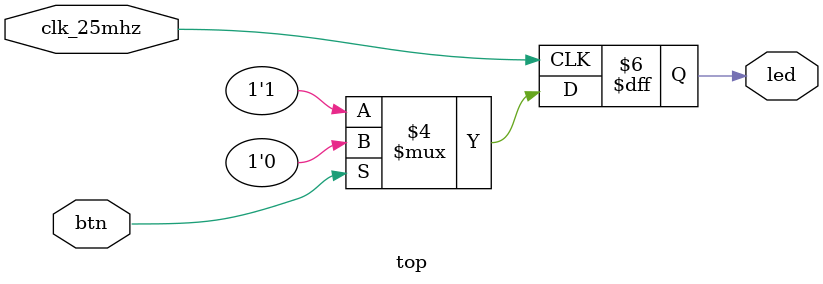
<source format=v>
module top(
   input wire clk_25mhz,
   input wire btn,
   output reg led  
);

always @(posedge clk_25mhz) begin  
   if (btn == 1'b1) begin
      led <= 1'b0;
   end else begin
      led <= 1'b1;
   end
end

endmodule

</source>
